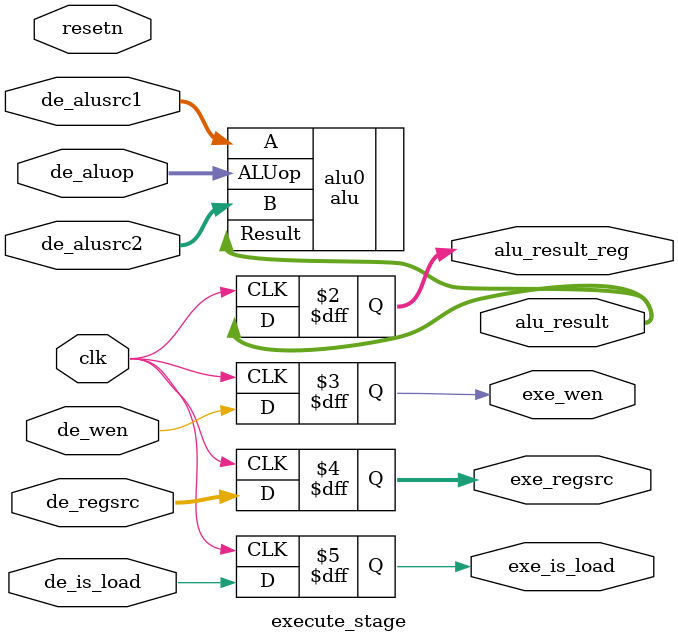
<source format=v>


module execute_stage(
    input  wire        clk,
    input  wire        resetn,

    input  wire [ 3:0] de_aluop,         //reg No. of dest operand, zero if no dest
    input  wire [31:0] de_alusrc1,        //value of source operand 1
    input  wire [31:0] de_alusrc2,        //value of source operand 2
    output wire [31:0] alu_result,
    output reg [31:0] alu_result_reg,
    
    input wire de_is_load,
    input wire de_wen,
    input wire [4:0] de_regsrc,
    output reg exe_wen,
    output reg [4:0] exe_regsrc,
    output reg exe_is_load


);


alu alu0 
    (
    .ALUop  (de_aluop     ), 
    .A  ( de_alusrc1    ), 
    .B  ( de_alusrc2    ), 
    .Result ( alu_result    ) 
    );
always @(posedge clk) begin
    alu_result_reg <= alu_result;
 //   exe_dramwen <= de_dramwen;
//    exe_dramen <= de_dramen;
    exe_wen <= de_wen;
    exe_regsrc <= de_regsrc;
//    exe_dramwdata <= rt_reg_content;
    exe_is_load <= de_is_load;
end
endmodule //execute_stage

</source>
